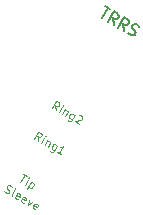
<source format=gbr>
G04 #@! TF.GenerationSoftware,KiCad,Pcbnew,8.0.4*
G04 #@! TF.CreationDate,2024-09-23T05:23:03+03:00*
G04 #@! TF.ProjectId,muikku42,6d75696b-6b75-4343-922e-6b696361645f,rev?*
G04 #@! TF.SameCoordinates,Original*
G04 #@! TF.FileFunction,AssemblyDrawing,Top*
%FSLAX46Y46*%
G04 Gerber Fmt 4.6, Leading zero omitted, Abs format (unit mm)*
G04 Created by KiCad (PCBNEW 8.0.4) date 2024-09-23 05:23:03*
%MOMM*%
%LPD*%
G01*
G04 APERTURE LIST*
%ADD10C,0.150000*%
%ADD11C,0.100000*%
G04 APERTURE END LIST*
D10*
X223730451Y-98349344D02*
X224225322Y-98635059D01*
X223477886Y-99358227D02*
X223977886Y-98492202D01*
X224508869Y-99953465D02*
X224458289Y-99374406D01*
X224013998Y-99667751D02*
X224513998Y-98801726D01*
X224513998Y-98801726D02*
X224843912Y-98992202D01*
X224843912Y-98992202D02*
X224902581Y-99081060D01*
X224902581Y-99081060D02*
X224920011Y-99146109D01*
X224920011Y-99146109D02*
X224913631Y-99252397D01*
X224913631Y-99252397D02*
X224842203Y-99376115D01*
X224842203Y-99376115D02*
X224753344Y-99434784D01*
X224753344Y-99434784D02*
X224688295Y-99452214D01*
X224688295Y-99452214D02*
X224582007Y-99445834D01*
X224582007Y-99445834D02*
X224252093Y-99255358D01*
X225374895Y-100453465D02*
X225324315Y-99874406D01*
X224880023Y-100167751D02*
X225380023Y-99301726D01*
X225380023Y-99301726D02*
X225709937Y-99492202D01*
X225709937Y-99492202D02*
X225768606Y-99581060D01*
X225768606Y-99581060D02*
X225786036Y-99646109D01*
X225786036Y-99646109D02*
X225779657Y-99752397D01*
X225779657Y-99752397D02*
X225708228Y-99876115D01*
X225708228Y-99876115D02*
X225619370Y-99934784D01*
X225619370Y-99934784D02*
X225554321Y-99952214D01*
X225554321Y-99952214D02*
X225448033Y-99945834D01*
X225448033Y-99945834D02*
X225118118Y-99755358D01*
X225728619Y-100602702D02*
X225828527Y-100715370D01*
X225828527Y-100715370D02*
X226034724Y-100834418D01*
X226034724Y-100834418D02*
X226141012Y-100840797D01*
X226141012Y-100840797D02*
X226206060Y-100823368D01*
X226206060Y-100823368D02*
X226294919Y-100764699D01*
X226294919Y-100764699D02*
X226342538Y-100682220D01*
X226342538Y-100682220D02*
X226348918Y-100575932D01*
X226348918Y-100575932D02*
X226331488Y-100510883D01*
X226331488Y-100510883D02*
X226272819Y-100422025D01*
X226272819Y-100422025D02*
X226131671Y-100285547D01*
X226131671Y-100285547D02*
X226073002Y-100196689D01*
X226073002Y-100196689D02*
X226055572Y-100131640D01*
X226055572Y-100131640D02*
X226061952Y-100025352D01*
X226061952Y-100025352D02*
X226109571Y-99942873D01*
X226109571Y-99942873D02*
X226198429Y-99884204D01*
X226198429Y-99884204D02*
X226263478Y-99866774D01*
X226263478Y-99866774D02*
X226369766Y-99873154D01*
X226369766Y-99873154D02*
X226575963Y-99992202D01*
X226575963Y-99992202D02*
X226675871Y-100104870D01*
D11*
X218105543Y-109782450D02*
X218070137Y-109377108D01*
X217759132Y-109582450D02*
X218109132Y-108976232D01*
X218109132Y-108976232D02*
X218340072Y-109109565D01*
X218340072Y-109109565D02*
X218381141Y-109171766D01*
X218381141Y-109171766D02*
X218393342Y-109217300D01*
X218393342Y-109217300D02*
X218388876Y-109291702D01*
X218388876Y-109291702D02*
X218338876Y-109378305D01*
X218338876Y-109378305D02*
X218276675Y-109419373D01*
X218276675Y-109419373D02*
X218231141Y-109431574D01*
X218231141Y-109431574D02*
X218156739Y-109427108D01*
X218156739Y-109427108D02*
X217925799Y-109293775D01*
X218365350Y-109932450D02*
X218598683Y-109528305D01*
X218715350Y-109326232D02*
X218669816Y-109338433D01*
X218669816Y-109338433D02*
X218682017Y-109383967D01*
X218682017Y-109383967D02*
X218727551Y-109371766D01*
X218727551Y-109371766D02*
X218715350Y-109326232D01*
X218715350Y-109326232D02*
X218682017Y-109383967D01*
X218887358Y-109694971D02*
X218654025Y-110099116D01*
X218854025Y-109752706D02*
X218899559Y-109740505D01*
X218899559Y-109740505D02*
X218973961Y-109744971D01*
X218973961Y-109744971D02*
X219060563Y-109794971D01*
X219060563Y-109794971D02*
X219101632Y-109857172D01*
X219101632Y-109857172D02*
X219097166Y-109931574D01*
X219097166Y-109931574D02*
X218913833Y-110249116D01*
X219695648Y-110161638D02*
X219412315Y-110652385D01*
X219412315Y-110652385D02*
X219350114Y-110693454D01*
X219350114Y-110693454D02*
X219304580Y-110705655D01*
X219304580Y-110705655D02*
X219230178Y-110701189D01*
X219230178Y-110701189D02*
X219143576Y-110651189D01*
X219143576Y-110651189D02*
X219102507Y-110588988D01*
X219478982Y-110536915D02*
X219404580Y-110532450D01*
X219404580Y-110532450D02*
X219289110Y-110465783D01*
X219289110Y-110465783D02*
X219248042Y-110403582D01*
X219248042Y-110403582D02*
X219235841Y-110358048D01*
X219235841Y-110358048D02*
X219240307Y-110283646D01*
X219240307Y-110283646D02*
X219340307Y-110110441D01*
X219340307Y-110110441D02*
X219402507Y-110069373D01*
X219402507Y-110069373D02*
X219448042Y-110057172D01*
X219448042Y-110057172D02*
X219522443Y-110061638D01*
X219522443Y-110061638D02*
X219637913Y-110128304D01*
X219637913Y-110128304D02*
X219678982Y-110190505D01*
X220068533Y-110915783D02*
X219722122Y-110715783D01*
X219895327Y-110815783D02*
X220245327Y-110209565D01*
X220245327Y-110209565D02*
X220137592Y-110262834D01*
X220137592Y-110262834D02*
X220046524Y-110287236D01*
X220046524Y-110287236D02*
X219972122Y-110282770D01*
X219605543Y-107184375D02*
X219570137Y-106779033D01*
X219259132Y-106984375D02*
X219609132Y-106378157D01*
X219609132Y-106378157D02*
X219840072Y-106511490D01*
X219840072Y-106511490D02*
X219881141Y-106573691D01*
X219881141Y-106573691D02*
X219893342Y-106619225D01*
X219893342Y-106619225D02*
X219888876Y-106693627D01*
X219888876Y-106693627D02*
X219838876Y-106780230D01*
X219838876Y-106780230D02*
X219776675Y-106821298D01*
X219776675Y-106821298D02*
X219731141Y-106833499D01*
X219731141Y-106833499D02*
X219656739Y-106829033D01*
X219656739Y-106829033D02*
X219425799Y-106695700D01*
X219865350Y-107334375D02*
X220098683Y-106930230D01*
X220215350Y-106728157D02*
X220169816Y-106740358D01*
X220169816Y-106740358D02*
X220182017Y-106785892D01*
X220182017Y-106785892D02*
X220227551Y-106773691D01*
X220227551Y-106773691D02*
X220215350Y-106728157D01*
X220215350Y-106728157D02*
X220182017Y-106785892D01*
X220387358Y-107096896D02*
X220154025Y-107501041D01*
X220354025Y-107154631D02*
X220399559Y-107142430D01*
X220399559Y-107142430D02*
X220473961Y-107146896D01*
X220473961Y-107146896D02*
X220560563Y-107196896D01*
X220560563Y-107196896D02*
X220601632Y-107259097D01*
X220601632Y-107259097D02*
X220597166Y-107333499D01*
X220597166Y-107333499D02*
X220413833Y-107651041D01*
X221195648Y-107563563D02*
X220912315Y-108054310D01*
X220912315Y-108054310D02*
X220850114Y-108095379D01*
X220850114Y-108095379D02*
X220804580Y-108107580D01*
X220804580Y-108107580D02*
X220730178Y-108103114D01*
X220730178Y-108103114D02*
X220643576Y-108053114D01*
X220643576Y-108053114D02*
X220602507Y-107990913D01*
X220978982Y-107938840D02*
X220904580Y-107934375D01*
X220904580Y-107934375D02*
X220789110Y-107867708D01*
X220789110Y-107867708D02*
X220748042Y-107805507D01*
X220748042Y-107805507D02*
X220735841Y-107759973D01*
X220735841Y-107759973D02*
X220740307Y-107685571D01*
X220740307Y-107685571D02*
X220840307Y-107512366D01*
X220840307Y-107512366D02*
X220902507Y-107471298D01*
X220902507Y-107471298D02*
X220948042Y-107459097D01*
X220948042Y-107459097D02*
X221022443Y-107463563D01*
X221022443Y-107463563D02*
X221137913Y-107530229D01*
X221137913Y-107530229D02*
X221178982Y-107592430D01*
X221538789Y-107569225D02*
X221584323Y-107557024D01*
X221584323Y-107557024D02*
X221658725Y-107561490D01*
X221658725Y-107561490D02*
X221803062Y-107644823D01*
X221803062Y-107644823D02*
X221844131Y-107707024D01*
X221844131Y-107707024D02*
X221856332Y-107752558D01*
X221856332Y-107752558D02*
X221851866Y-107826960D01*
X221851866Y-107826960D02*
X221818533Y-107884695D01*
X221818533Y-107884695D02*
X221739665Y-107954631D01*
X221739665Y-107954631D02*
X221193255Y-108101041D01*
X221193255Y-108101041D02*
X221568533Y-108317708D01*
X216782617Y-112540495D02*
X217129027Y-112740495D01*
X216605822Y-113246713D02*
X216955822Y-112640495D01*
X216981099Y-113463379D02*
X217214432Y-113059234D01*
X217331099Y-112857162D02*
X217285565Y-112869362D01*
X217285565Y-112869362D02*
X217297766Y-112914897D01*
X217297766Y-112914897D02*
X217343300Y-112902696D01*
X217343300Y-112902696D02*
X217331099Y-112857162D01*
X217331099Y-112857162D02*
X217297766Y-112914897D01*
X217503107Y-113225901D02*
X217153107Y-113832118D01*
X217486441Y-113254768D02*
X217560842Y-113259234D01*
X217560842Y-113259234D02*
X217676312Y-113325901D01*
X217676312Y-113325901D02*
X217717381Y-113388102D01*
X217717381Y-113388102D02*
X217729582Y-113433636D01*
X217729582Y-113433636D02*
X217725116Y-113508037D01*
X217725116Y-113508037D02*
X217625116Y-113681243D01*
X217625116Y-113681243D02*
X217562915Y-113722311D01*
X217562915Y-113722311D02*
X217517381Y-113734512D01*
X217517381Y-113734512D02*
X217442979Y-113730046D01*
X217442979Y-113730046D02*
X217327509Y-113663379D01*
X217327509Y-113663379D02*
X217286441Y-113601178D01*
X215215231Y-114021947D02*
X215285167Y-114100814D01*
X215285167Y-114100814D02*
X215429505Y-114184148D01*
X215429505Y-114184148D02*
X215503907Y-114188613D01*
X215503907Y-114188613D02*
X215549441Y-114176413D01*
X215549441Y-114176413D02*
X215611642Y-114135344D01*
X215611642Y-114135344D02*
X215644975Y-114077609D01*
X215644975Y-114077609D02*
X215649441Y-114003207D01*
X215649441Y-114003207D02*
X215637240Y-113957673D01*
X215637240Y-113957673D02*
X215596172Y-113895472D01*
X215596172Y-113895472D02*
X215497368Y-113799938D01*
X215497368Y-113799938D02*
X215456300Y-113737737D01*
X215456300Y-113737737D02*
X215444099Y-113692203D01*
X215444099Y-113692203D02*
X215448565Y-113617802D01*
X215448565Y-113617802D02*
X215481898Y-113560066D01*
X215481898Y-113560066D02*
X215544099Y-113518998D01*
X215544099Y-113518998D02*
X215589633Y-113506797D01*
X215589633Y-113506797D02*
X215664035Y-113511263D01*
X215664035Y-113511263D02*
X215808372Y-113594596D01*
X215808372Y-113594596D02*
X215878308Y-113673464D01*
X215891385Y-114450814D02*
X215850317Y-114388614D01*
X215850317Y-114388614D02*
X215854783Y-114314212D01*
X215854783Y-114314212D02*
X216154783Y-113794597D01*
X216369933Y-114688614D02*
X216295531Y-114684148D01*
X216295531Y-114684148D02*
X216180061Y-114617481D01*
X216180061Y-114617481D02*
X216138992Y-114555280D01*
X216138992Y-114555280D02*
X216143458Y-114480879D01*
X216143458Y-114480879D02*
X216276792Y-114249939D01*
X216276792Y-114249939D02*
X216338992Y-114208870D01*
X216338992Y-114208870D02*
X216413394Y-114213336D01*
X216413394Y-114213336D02*
X216528864Y-114280003D01*
X216528864Y-114280003D02*
X216569933Y-114342204D01*
X216569933Y-114342204D02*
X216565467Y-114416605D01*
X216565467Y-114416605D02*
X216532133Y-114474340D01*
X216532133Y-114474340D02*
X216210125Y-114365409D01*
X216889548Y-114988614D02*
X216815146Y-114984148D01*
X216815146Y-114984148D02*
X216699676Y-114917481D01*
X216699676Y-114917481D02*
X216658608Y-114855280D01*
X216658608Y-114855280D02*
X216663073Y-114780879D01*
X216663073Y-114780879D02*
X216796407Y-114549939D01*
X216796407Y-114549939D02*
X216858608Y-114508870D01*
X216858608Y-114508870D02*
X216933009Y-114513336D01*
X216933009Y-114513336D02*
X217048479Y-114580003D01*
X217048479Y-114580003D02*
X217089548Y-114642204D01*
X217089548Y-114642204D02*
X217085082Y-114716605D01*
X217085082Y-114716605D02*
X217051749Y-114774340D01*
X217051749Y-114774340D02*
X216729740Y-114665409D01*
X217337155Y-114746669D02*
X217248159Y-115234148D01*
X217248159Y-115234148D02*
X217625830Y-114913336D01*
X217871043Y-115555280D02*
X217796641Y-115550814D01*
X217796641Y-115550814D02*
X217681171Y-115484148D01*
X217681171Y-115484148D02*
X217640103Y-115421947D01*
X217640103Y-115421947D02*
X217644569Y-115347545D01*
X217644569Y-115347545D02*
X217777902Y-115116605D01*
X217777902Y-115116605D02*
X217840103Y-115075537D01*
X217840103Y-115075537D02*
X217914505Y-115080003D01*
X217914505Y-115080003D02*
X218029975Y-115146669D01*
X218029975Y-115146669D02*
X218071043Y-115208870D01*
X218071043Y-115208870D02*
X218066577Y-115283272D01*
X218066577Y-115283272D02*
X218033244Y-115341007D01*
X218033244Y-115341007D02*
X217711235Y-115232075D01*
M02*

</source>
